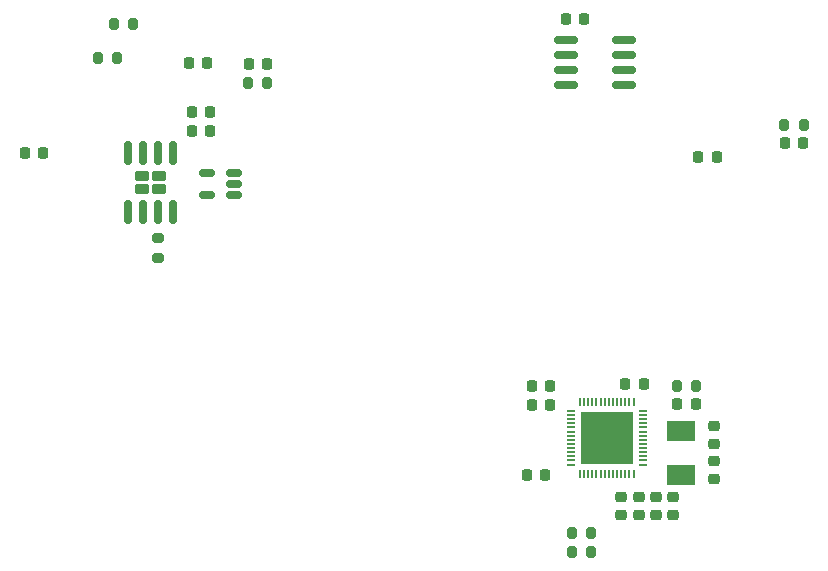
<source format=gbr>
%TF.GenerationSoftware,KiCad,Pcbnew,(6.99.0-1665-g4ee6cfe5b6)*%
%TF.CreationDate,2022-04-26T18:14:45+08:00*%
%TF.ProjectId,LightMeherGen2,4c696768-744d-4656-9865-7247656e322e,rev?*%
%TF.SameCoordinates,Original*%
%TF.FileFunction,Paste,Bot*%
%TF.FilePolarity,Positive*%
%FSLAX46Y46*%
G04 Gerber Fmt 4.6, Leading zero omitted, Abs format (unit mm)*
G04 Created by KiCad (PCBNEW (6.99.0-1665-g4ee6cfe5b6)) date 2022-04-26 18:14:45*
%MOMM*%
%LPD*%
G01*
G04 APERTURE LIST*
G04 Aperture macros list*
%AMRoundRect*
0 Rectangle with rounded corners*
0 $1 Rounding radius*
0 $2 $3 $4 $5 $6 $7 $8 $9 X,Y pos of 4 corners*
0 Add a 4 corners polygon primitive as box body*
4,1,4,$2,$3,$4,$5,$6,$7,$8,$9,$2,$3,0*
0 Add four circle primitives for the rounded corners*
1,1,$1+$1,$2,$3*
1,1,$1+$1,$4,$5*
1,1,$1+$1,$6,$7*
1,1,$1+$1,$8,$9*
0 Add four rect primitives between the rounded corners*
20,1,$1+$1,$2,$3,$4,$5,0*
20,1,$1+$1,$4,$5,$6,$7,0*
20,1,$1+$1,$6,$7,$8,$9,0*
20,1,$1+$1,$8,$9,$2,$3,0*%
G04 Aperture macros list end*
%ADD10RoundRect,0.230000X0.375000X-0.230000X0.375000X0.230000X-0.375000X0.230000X-0.375000X-0.230000X0*%
%ADD11RoundRect,0.150000X0.150000X-0.825000X0.150000X0.825000X-0.150000X0.825000X-0.150000X-0.825000X0*%
%ADD12RoundRect,0.225000X0.225000X0.250000X-0.225000X0.250000X-0.225000X-0.250000X0.225000X-0.250000X0*%
%ADD13R,2.400000X1.700000*%
%ADD14RoundRect,0.225000X-0.250000X0.225000X-0.250000X-0.225000X0.250000X-0.225000X0.250000X0.225000X0*%
%ADD15RoundRect,0.200000X-0.200000X-0.275000X0.200000X-0.275000X0.200000X0.275000X-0.200000X0.275000X0*%
%ADD16RoundRect,0.200000X0.200000X0.275000X-0.200000X0.275000X-0.200000X-0.275000X0.200000X-0.275000X0*%
%ADD17RoundRect,0.200000X0.275000X-0.200000X0.275000X0.200000X-0.275000X0.200000X-0.275000X-0.200000X0*%
%ADD18RoundRect,0.225000X-0.225000X-0.250000X0.225000X-0.250000X0.225000X0.250000X-0.225000X0.250000X0*%
%ADD19RoundRect,0.150000X0.512500X0.150000X-0.512500X0.150000X-0.512500X-0.150000X0.512500X-0.150000X0*%
%ADD20RoundRect,0.225000X0.250000X-0.225000X0.250000X0.225000X-0.250000X0.225000X-0.250000X-0.225000X0*%
%ADD21R,0.800000X0.200000*%
%ADD22R,0.200000X0.800000*%
%ADD23R,4.500000X4.500000*%
%ADD24RoundRect,0.150000X0.825000X0.150000X-0.825000X0.150000X-0.825000X-0.150000X0.825000X-0.150000X0*%
G04 APERTURE END LIST*
D10*
%TO.C,U1*%
X118940000Y-75845000D03*
X120440000Y-75845000D03*
X118940000Y-74705000D03*
X120440000Y-74705000D03*
D11*
X121595000Y-77750000D03*
X120325000Y-77750000D03*
X119055000Y-77750000D03*
X117785000Y-77750000D03*
X117785000Y-72800000D03*
X119055000Y-72800000D03*
X120325000Y-72800000D03*
X121595000Y-72800000D03*
%TD*%
D12*
%TO.C,C3*%
X167625000Y-73100000D03*
X166075000Y-73100000D03*
%TD*%
%TO.C,C12*%
X124725000Y-69350000D03*
X123175000Y-69350000D03*
%TD*%
%TO.C,C14*%
X110625000Y-72800000D03*
X109075000Y-72800000D03*
%TD*%
D13*
%TO.C,Y1*%
X164649999Y-100024999D03*
X164649999Y-96324999D03*
%TD*%
D14*
%TO.C,C6*%
X163975000Y-101925000D03*
X163975000Y-103475000D03*
%TD*%
D15*
%TO.C,R9*%
X173375000Y-70425000D03*
X175025000Y-70425000D03*
%TD*%
D16*
%TO.C,R2*%
X116900000Y-64750000D03*
X115250000Y-64750000D03*
%TD*%
D12*
%TO.C,C4*%
X153100000Y-100075000D03*
X151550000Y-100075000D03*
%TD*%
D15*
%TO.C,R6*%
X155375000Y-106550000D03*
X157025000Y-106550000D03*
%TD*%
D17*
%TO.C,R3*%
X120340000Y-81675000D03*
X120340000Y-80025000D03*
%TD*%
D18*
%TO.C,C16*%
X164300000Y-94075000D03*
X165850000Y-94075000D03*
%TD*%
D19*
%TO.C,U2*%
X126787500Y-74450000D03*
X126787500Y-75400000D03*
X126787500Y-76350000D03*
X124512500Y-76350000D03*
X124512500Y-74450000D03*
%TD*%
D16*
%TO.C,R7*%
X157025000Y-104950000D03*
X155375000Y-104950000D03*
%TD*%
D12*
%TO.C,C13*%
X124775000Y-70950000D03*
X123225000Y-70950000D03*
%TD*%
D14*
%TO.C,C18*%
X167375000Y-95900000D03*
X167375000Y-97450000D03*
%TD*%
D16*
%TO.C,R8*%
X165900000Y-92500000D03*
X164250000Y-92500000D03*
%TD*%
D12*
%TO.C,C21*%
X129550000Y-65250000D03*
X128000000Y-65250000D03*
%TD*%
D14*
%TO.C,C1*%
X162500000Y-101925000D03*
X162500000Y-103475000D03*
%TD*%
D20*
%TO.C,C19*%
X167375000Y-100425000D03*
X167375000Y-98875000D03*
%TD*%
D18*
%TO.C,C2*%
X159900000Y-92375000D03*
X161450000Y-92375000D03*
%TD*%
D14*
%TO.C,C9*%
X159550000Y-101925000D03*
X159550000Y-103475000D03*
%TD*%
D15*
%TO.C,R1*%
X116600000Y-61900000D03*
X118250000Y-61900000D03*
%TD*%
D12*
%TO.C,C10*%
X153550000Y-94125000D03*
X152000000Y-94125000D03*
%TD*%
D21*
%TO.C,U5*%
X161374999Y-94619999D03*
X161374999Y-94969999D03*
X161374999Y-95319999D03*
X161374999Y-95669999D03*
X161374999Y-96019999D03*
X161374999Y-96369999D03*
X161374999Y-96719999D03*
X161374999Y-97069999D03*
X161374999Y-97419999D03*
X161374999Y-97769999D03*
X161374999Y-98119999D03*
X161374999Y-98469999D03*
X161374999Y-98819999D03*
X161374999Y-99169999D03*
D22*
X160599999Y-99944999D03*
X160249999Y-99944999D03*
X159899999Y-99944999D03*
X159549999Y-99944999D03*
X159199999Y-99944999D03*
X158849999Y-99944999D03*
X158499999Y-99944999D03*
X158149999Y-99944999D03*
X157799999Y-99944999D03*
X157449999Y-99944999D03*
X157099999Y-99944999D03*
X156749999Y-99944999D03*
X156399999Y-99944999D03*
X156049999Y-99944999D03*
D21*
X155274999Y-99169999D03*
X155274999Y-98819999D03*
X155274999Y-98469999D03*
X155274999Y-98119999D03*
X155274999Y-97769999D03*
X155274999Y-97419999D03*
X155274999Y-97069999D03*
X155274999Y-96719999D03*
X155274999Y-96369999D03*
X155274999Y-96019999D03*
X155274999Y-95669999D03*
X155274999Y-95319999D03*
X155274999Y-94969999D03*
X155274999Y-94619999D03*
D22*
X156049999Y-93844999D03*
X156399999Y-93844999D03*
X156749999Y-93844999D03*
X157099999Y-93844999D03*
X157449999Y-93844999D03*
X157799999Y-93844999D03*
X158149999Y-93844999D03*
X158499999Y-93844999D03*
X158849999Y-93844999D03*
X159199999Y-93844999D03*
X159549999Y-93844999D03*
X159899999Y-93844999D03*
X160249999Y-93844999D03*
X160599999Y-93844999D03*
D23*
X158324999Y-96894999D03*
%TD*%
D24*
%TO.C,U9*%
X159800000Y-63190000D03*
X159800000Y-64460000D03*
X159800000Y-65730000D03*
X159800000Y-67000000D03*
X154850000Y-67000000D03*
X154850000Y-65730000D03*
X154850000Y-64460000D03*
X154850000Y-63190000D03*
%TD*%
D14*
%TO.C,C7*%
X161025000Y-101925000D03*
X161025000Y-103475000D03*
%TD*%
D18*
%TO.C,C20*%
X173425000Y-71975000D03*
X174975000Y-71975000D03*
%TD*%
%TO.C,C25*%
X154850000Y-61450000D03*
X156400000Y-61450000D03*
%TD*%
D12*
%TO.C,C22*%
X153525000Y-92525000D03*
X151975000Y-92525000D03*
%TD*%
D16*
%TO.C,R10*%
X129600000Y-66825000D03*
X127950000Y-66825000D03*
%TD*%
D12*
%TO.C,C8*%
X124475000Y-65175000D03*
X122925000Y-65175000D03*
%TD*%
M02*

</source>
